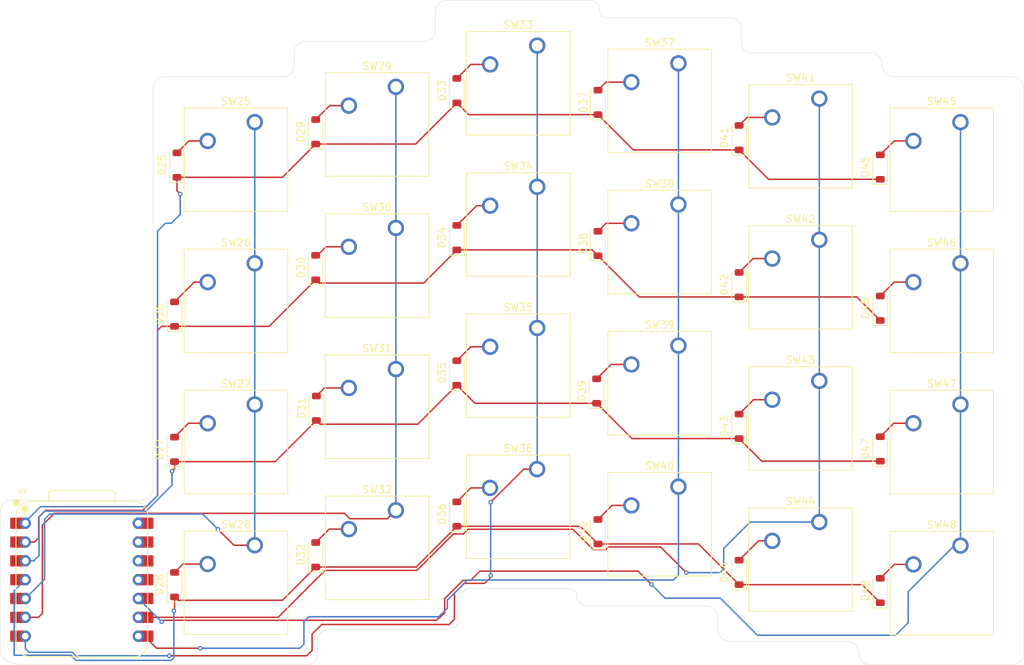
<source format=kicad_pcb>
(kicad_pcb (version 20241229) (generator "pcbnew") (generator_version "9.0")
  (layers (0 "F.Cu" signal) (2 "B.Cu" signal) (13 "F.Paste" user) (15 "B.Paste" user) (5 "F.SilkS" user "F.Silkscreen") (7 "B.SilkS" user "B.Silkscreen") (1 "F.Mask" user) (3 "B.Mask" user) (25 "Edge.Cuts" user))
  (net 0 "")
  (net 1 "Row4")
  (net 2 "Net-(D25-A)")
  (net 3 "Row5")
  (net 4 "Net-(D26-A)")
  (net 5 "Net-(D27-A)")
  (net 6 "Row6")
  (net 7 "Net-(D28-A)")
  (net 8 "Row7")
  (net 9 "Net-(D29-A)")
  (net 10 "Net-(D30-A)")
  (net 11 "Net-(D31-A)")
  (net 12 "Net-(D32-A)")
  (net 13 "Net-(D33-A)")
  (net 14 "Net-(D34-A)")
  (net 15 "Net-(D35-A)")
  (net 16 "Net-(D36-A)")
  (net 17 "Net-(D37-A)")
  (net 18 "Net-(D38-A)")
  (net 19 "Net-(D39-A)")
  (net 20 "Net-(D40-A)")
  (net 21 "Net-(D41-A)")
  (net 22 "Net-(D42-A)")
  (net 23 "Net-(D43-A)")
  (net 24 "Net-(D44-A)")
  (net 25 "Net-(D45-A)")
  (net 26 "Net-(D46-A)")
  (net 27 "Net-(D47-A)")
  (net 28 "Net-(D48-A)")
  (net 29 "Col6")
  (net 30 "Col7")
  (net 31 "Col8")
  (net 32 "Col9")
  (net 33 "Col10")
  (net 34 "Col11")
  (footprint "Diode_SMD:D_SOD-123" (layer "F.Cu") (at 150.796875 81.59375 90)
    (property "Reference" "D38")
    (property "Value" "D")
  )
  (footprint "Diode_SMD:D_SOD-123" (layer "F.Cu") (at 169.846875 67.30625 90)
    (property "Reference" "D41")
    (property "Value" "D")
  )
  (footprint "Diode_SMD:D_SOD-123" (layer "F.Cu") (at 169.846875 87.15 90)
    (property "Reference" "D42")
    (property "Value" "D")
  )
  (footprint "Diode_SMD:D_SOD-123" (layer "F.Cu") (at 169.846875 125.98125 90)
    (property "Reference" "D44")
    (property "Value" "D")
  )
  (footprint "Taps Keyboard shit:SW_Cherry_MX_1.00u_PCB" (layer "F.Cu") (at 123.524375 79.49125)
    (property "Reference" "SW30")
    (property "Value" "SW_Push_45deg")
  )
  (footprint "Taps Keyboard shit:SW_Cherry_MX_1.00u_PCB" (layer "F.Cu") (at 161.654375 76.31875)
    (property "Reference" "SW38")
    (property "Value" "SW_Push_45deg")
  )
  (footprint "Diode_SMD:D_SOD-123" (layer "F.Cu") (at 93.979375 71.00375 90)
    (property "Reference" "D25")
    (property "Value" "D")
  )
  (footprint "Diode_SMD:D_SOD-123" (layer "F.Cu") (at 150.621875 101.5 90)
    (property "Reference" "D39")
    (property "Value" "D")
  )
  (footprint "Diode_SMD:D_SOD-123" (layer "F.Cu") (at 150.796875 120.4875 90)
    (property "Reference" "D40")
    (property "Value" "D")
  )
  (footprint "Taps Keyboard shit:SW_Cherry_MX_1.00u_PCB" (layer "F.Cu") (at 142.594375 54.88)
    (property "Reference" "SW33")
    (property "Value" "SW_Push_45deg")
  )
  (footprint "Taps Keyboard shit:SW_Cherry_MX_1.00u_PCB" (layer "F.Cu") (at 199.719375 84.25625)
    (property "Reference" "SW46")
    (property "Value" "SW_Push_45deg")
  )
  (footprint "Taps Keyboard shit:SW_Cherry_MX_1.00u_PCB" (layer "F.Cu") (at 104.469375 122.30875)
    (property "Reference" "SW28")
    (property "Value" "SW_Push_45deg")
  )
  (footprint "Taps Keyboard shit:SW_Cherry_MX_1.00u_PCB" (layer "F.Cu") (at 199.719375 65.20625)
    (property "Reference" "SW45")
    (property "Value" "SW_Push_45deg")
  )
  (footprint "Diode_SMD:D_SOD-123" (layer "F.Cu") (at 131.746875 99.05625 90)
    (property "Reference" "D35")
    (property "Value" "D")
  )
  (footprint "Taps Keyboard shit:SW_Cherry_MX_1.00u_PCB" (layer "F.Cu") (at 180.669375 119.18125)
    (property "Reference" "SW44")
    (property "Value" "SW_Push_45deg")
  )
  (footprint "Taps Keyboard shit:SW_Cherry_MX_1.00u_PCB" (layer "F.Cu") (at 142.589375 92.9875)
    (property "Reference" "SW35")
    (property "Value" "SW_Push_45deg")
  )
  (footprint "Diode_SMD:D_SOD-123" (layer "F.Cu") (at 188.896875 128.425 90)
    (property "Reference" "D48")
    (property "Value" "D")
  )
  (footprint "Diode_SMD:D_SOD-123" (layer "F.Cu") (at 112.696875 123.6 90)
    (property "Reference" "D32")
    (property "Value" "D")
  )
  (footprint "Diode_SMD:D_SOD-123" (layer "F.Cu") (at 93.646875 109.375 90)
    (property "Reference" "D27")
    (property "Value" "D")
  )
  (footprint "Taps Keyboard shit:SW_Cherry_MX_1.00u_PCB" (layer "F.Cu") (at 180.669375 81.08125)
    (property "Reference" "SW42")
    (property "Value" "SW_Push_45deg")
  )
  (footprint "Diode_SMD:D_SOD-123" (layer "F.Cu") (at 112.696875 66.5125 90)
    (property "Reference" "D29")
    (property "Value" "D")
  )
  (footprint "Taps Keyboard shit:SW_Cherry_MX_1.00u_PCB" (layer "F.Cu") (at 180.669375 100.13125)
    (property "Reference" "SW43")
    (property "Value" "SW_Push_45deg")
  )
  (footprint "Diode_SMD:D_SOD-123" (layer "F.Cu") (at 93.646875 127.63125 90)
    (property "Reference" "D28")
    (property "Value" "D")
  )
  (footprint "Taps Keyboard shit:SW_Cherry_MX_1.00u_PCB" (layer "F.Cu") (at 199.719375 103.30625)
    (property "Reference" "SW47")
    (property "Value" "SW_Push_45deg")
  )
  (footprint "Taps Keyboard shit:SW_Cherry_MX_1.00u_PCB" (layer "F.Cu") (at 142.569375 112.0375)
    (property "Reference" "SW36")
    (property "Value" "SW_Push_45deg")
  )
  (footprint "Taps Keyboard shit:SW_Cherry_MX_1.00u_PCB" (layer "F.Cu") (at 180.669375 62.03125)
    (property "Reference" "SW41")
    (property "Value" "SW_Push_45deg")
  )
  (footprint "Taps Keyboard shit:SW_Cherry_MX_1.00u_PCB" (layer "F.Cu") (at 104.474375 84.25625)
    (property "Reference" "SW26")
    (property "Value" "SW_Push_45deg")
  )
  (footprint "Taps Keyboard shit:SW_Cherry_MX_1.00u_PCB" (layer "F.Cu") (at 161.654375 95.36875)
    (property "Reference" "SW39")
    (property "Value" "SW_Push_45deg")
  )
  (footprint "Taps Keyboard shit:SW_Cherry_MX_1.00u_PCB" (layer "F.Cu") (at 199.719375 122.35625)
    (property "Reference" "SW48")
    (property "Value" "SW_Push_45deg")
  )
  (footprint "Diode_SMD:D_SOD-123" (layer "F.Cu") (at 188.896875 71.275 90)
    (property "Reference" "D45")
    (property "Value" "D")
  )
  (footprint "XIAO:XIAO-nRF52840-DIP" (layer "F.Cu") (at 81.133125 126.96)
    (property "Reference" "U2")
    (property "Value" "XIAO-nRF52840-DIP")
  )
  (footprint "Diode_SMD:D_SOD-123" (layer "F.Cu") (at 188.896875 90.325 90)
    (property "Reference" "D46")
    (property "Value" "D")
  )
  (footprint "Diode_SMD:D_SOD-123" (layer "F.Cu") (at 169.846875 106.2625 90)
    (property "Reference" "D43")
    (property "Value" "D")
  )
  (footprint "Diode_SMD:D_SOD-123" (layer "F.Cu") (at 131.746875 60.95625 90)
    (property "Reference" "D33")
    (property "Value" "D")
  )
  (footprint "Diode_SMD:D_SOD-123" (layer "F.Cu") (at 131.746875 80.8 90)
    (property "Reference" "D34")
    (property "Value" "D")
  )
  (footprint "Taps Keyboard shit:SW_Cherry_MX_1.00u_PCB" (layer "F.Cu") (at 104.474375 103.30625)
    (property "Reference" "SW27")
    (property "Value" "SW_Push_45deg")
  )
  (footprint "Taps Keyboard shit:SW_Cherry_MX_1.00u_PCB" (layer "F.Cu") (at 123.524375 98.54125)
    (property "Reference" "SW31")
    (property "Value" "SW_Push_45deg")
  )
  (footprint "Diode_SMD:D_SOD-123" (layer "F.Cu") (at 112.696875 84.83125 90)
    (property "Reference" "D30")
    (property "Value" "D")
  )
  (footprint "Taps Keyboard shit:SW_Cherry_MX_1.00u_PCB" (layer "F.Cu") (at 161.654375 114.39625)
    (property "Reference" "SW40")
    (property "Value" "SW_Push_45deg")
  )
  (footprint "Taps Keyboard shit:SW_Cherry_MX_1.00u_PCB" (layer "F.Cu") (at 161.654375 57.26875)
    (property "Reference" "SW37")
    (property "Value" "SW_Push_45deg")
  )
  (footprint "Diode_SMD:D_SOD-123" (layer "F.Cu") (at 150.796875 62.54375 90)
    (property "Reference" "D37")
    (property "Value" "D")
  )
  (footprint "Taps Keyboard shit:SW_Cherry_MX_1.00u_PCB" (layer "F.Cu") (at 123.524375 60.44125)
    (property "Reference" "SW29")
    (property "Value" "SW_Push_45deg")
  )
  (footprint "Taps Keyboard shit:SW_Cherry_MX_1.00u_PCB" (layer "F.Cu") (at 123.524375 117.59125)
    (property "Reference" "SW32")
    (property "Value" "SW_Push_45deg")
  )
  (footprint "Diode_SMD:D_SOD-123" (layer "F.Cu") (at 131.746875 118.10625 90)
    (property "Reference" "D36")
    (property "Value" "D")
  )
  (footprint "Diode_SMD:D_SOD-123" (layer "F.Cu") (at 93.646875 91.11875 90)
    (property "Reference" "D26")
    (property "Value" "D")
  )
  (footprint "Taps Keyboard shit:SW_Cherry_MX_1.00u_PCB" (layer "F.Cu") (at 142.589375 73.9375)
    (property "Reference" "SW34")
    (property "Value" "SW_Push_45deg")
  )
  (footprint "Taps Keyboard shit:SW_Cherry_MX_1.00u_PCB" (layer "F.Cu") (at 104.474375 65.20625)
    (property "Reference" "SW25")
    (property "Value" "SW_Push_45deg")
  )
  (footprint "Diode_SMD:D_SOD-123" (layer "F.Cu") (at 188.896875 109.3125 90)
    (property "Reference" "D47")
    (property "Value" "D")
  )
  (footprint "Diode_SMD:D_SOD-123" (layer "F.Cu") (at 112.790625 103.81875 90)
    (property "Reference" "D31")
    (property "Value" "D")
  )
  (gr_curve (pts (xy 90.753125 114.63625) (xy 90.753125 116.22375) (xy 89.165625 116.22375) (xy 89.165625 116.22375)) (stroke (width 0.05)) (layer "Edge.Cuts"))
  (gr_curve (pts (xy 127.265625 54.31125) (xy 128.853125 54.31125) (xy 128.853125 52.72375) (xy 128.853125 52.72375)) (stroke (width 0.05)) (layer "Edge.Cuts"))
  (gr_line (start 208.259375 66.10625) (end 208.259931 70.10625) (stroke (width 0.05)) (layer "Edge.Cuts"))
  (gr_line (start 170.128125 53.5175) (end 170.128125 54.31125) (stroke (width 0.05)) (layer "Edge.Cuts"))
  (gr_curve (pts (xy 112.978125 136.86125) (xy 112.978125 138.44875) (xy 111.390625 138.44875) (xy 111.390625 138.44875)) (stroke (width 0.05)) (layer "Edge.Cuts"))
  (gr_line (start 112.978125 135.27375) (end 112.978125 136.86125) (stroke (width 0.05)) (layer "Edge.Cuts"))
  (gr_line (start 206.640625 59.07375) (end 190.765625 59.07375) (stroke (width 0.05)) (layer "Edge.Cuts"))
  (gr_line (start 166.953125 132.09875) (end 166.953125 133.68625) (stroke (width 0.05)) (layer "Edge.Cuts"))
  (gr_line (start 165.365625 130.51125) (end 149.490625 130.51125) (stroke (width 0.05)) (layer "Edge.Cuts"))
  (gr_curve (pts (xy 146.315625 128.13) (xy 147.903125 128.13) (xy 147.903125 128.92375) (xy 147.903125 128.92375)) (stroke (width 0.05)) (layer "Edge.Cuts"))
  (gr_line (start 208.269375 82.32625) (end 208.259458 70.10625) (stroke (width 0.05)) (layer "Edge.Cuts"))
  (gr_line (start 70.115625 136.86125) (end 70.115625 117.81125) (stroke (width 0.05)) (layer "Edge.Cuts"))
  (gr_curve (pts (xy 130.440625 48.755) (xy 128.853125 48.755) (xy 128.853125 50.3425) (xy 128.853125 50.3425)) (stroke (width 0.05)) (layer "Edge.Cuts"))
  (gr_line (start 92.853125 138.44875) (end 73.484375 138.44875) (stroke (width 0.05)) (layer "Edge.Cuts"))
  (gr_line (start 111.390625 138.44875) (end 92.853125 138.44875) (stroke (width 0.05)) (layer "Edge.Cuts"))
  (gr_curve (pts (xy 190.765625 59.07375) (xy 189.178125 59.07375) (xy 189.178125 57.48625) (xy 189.178125 57.48625)) (stroke (width 0.05)) (layer "Edge.Cuts"))
  (gr_curve (pts (xy 151.871875 51.13625) (xy 151.078125 51.13625) (xy 151.078125 50.3425) (xy 151.078125 50.3425)) (stroke (width 0.05)) (layer "Edge.Cuts"))
  (gr_curve (pts (xy 149.491875 48.74875) (xy 151.079375 48.74875) (xy 151.079375 50.33625) (xy 151.079375 50.33625)) (stroke (width 0.05)) (layer "Edge.Cuts"))
  (gr_curve (pts (xy 73.484375 138.44875) (xy 70.628125 138.44875) (xy 70.115625 136.86125) (xy 70.115625 136.86125)) (stroke (width 0.05)) (layer "Edge.Cuts"))
  (gr_line (start 208.279375 127.30625) (end 208.228125 136.86125) (stroke (width 0.05)) (layer "Edge.Cuts"))
  (gr_line (start 184.415625 135.27375) (end 168.540625 135.27375) (stroke (width 0.05)) (layer "Edge.Cuts"))
  (gr_curve (pts (xy 187.590625 55.89875) (xy 189.178125 55.89875) (xy 189.178125 57.48625) (xy 189.178125 57.48625)) (stroke (width 0.05)) (layer "Edge.Cuts"))
  (gr_line (start 109.803125 55.89875) (end 109.803125 57.48625) (stroke (width 0.05)) (layer "Edge.Cuts"))
  (gr_curve (pts (xy 70.115625 117.81125) (xy 70.115625 116.22375) (xy 71.703125 116.22375) (xy 71.703125 116.22375)) (stroke (width 0.05)) (layer "Edge.Cuts"))
  (gr_curve (pts (xy 168.540625 135.27375) (xy 166.953125 135.27375) (xy 166.953125 133.68625) (xy 166.953125 133.68625)) (stroke (width 0.05)) (layer "Edge.Cuts"))
  (gr_curve (pts (xy 168.540625 51.13625) (xy 170.128125 51.13625) (xy 170.128125 52.72375) (xy 170.128125 52.72375)) (stroke (width 0.05)) (layer "Edge.Cuts"))
  (gr_line (start 208.269375 82.32625) (end 208.269375 86.32625) (stroke (width 0.05)) (layer "Edge.Cuts"))
  (gr_line (start 71.703125 116.22375) (end 89.165625 116.22375) (stroke (width 0.05)) (layer "Edge.Cuts"))
  (gr_curve (pts (xy 111.390625 54.31125) (xy 109.803125 54.31125) (xy 109.803125 55.89875) (xy 109.803125 55.89875)) (stroke (width 0.05)) (layer "Edge.Cuts"))
  (gr_line (start 208.228125 60.66125) (end 208.259375 66.10625) (stroke (width 0.05)) (layer "Edge.Cuts"))
  (gr_curve (pts (xy 208.228125 136.86125) (xy 208.228125 138.44875) (xy 206.640625 138.44875) (xy 206.640625 138.44875)) (stroke (width 0.05)) (layer "Edge.Cuts"))
  (gr_line (start 130.440625 133.68625) (end 114.565625 133.68625) (stroke (width 0.05)) (layer "Edge.Cuts"))
  (gr_curve (pts (xy 206.640625 59.07375) (xy 208.228125 59.07375) (xy 208.228125 60.66125) (xy 208.228125 60.66125)) (stroke (width 0.05)) (layer "Edge.Cuts"))
  (gr_line (start 168.540625 51.13625) (end 151.871875 51.13625) (stroke (width 0.05)) (layer "Edge.Cuts"))
  (gr_line (start 128.853125 50.3425) (end 128.853125 52.72375) (stroke (width 0.05)) (layer "Edge.Cuts"))
  (gr_line (start 146.315625 128.13) (end 133.615625 128.13) (stroke (width 0.05)) (layer "Edge.Cuts"))
  (gr_curve (pts (xy 132.028125 132.09875) (xy 132.028125 133.68625) (xy 130.440625 133.68625) (xy 130.440625 133.68625)) (stroke (width 0.05)) (layer "Edge.Cuts"))
  (gr_line (start 208.269375 86.32625) (end 208.279399 123.30625) (stroke (width 0.05)) (layer "Edge.Cuts"))
  (gr_line (start 132.028125 132.09875) (end 132.028125 129.7175) (stroke (width 0.05)) (layer "Edge.Cuts"))
  (gr_curve (pts (xy 170.128125 54.31125) (xy 170.128125 55.89875) (xy 171.715625 55.89875) (xy 171.715625 55.89875)) (stroke (width 0.05)) (layer "Edge.Cuts"))
  (gr_line (start 170.128125 53.5175) (end 170.128125 52.72375) (stroke (width 0.05)) (layer "Edge.Cuts"))
  (gr_line (start 149.490625 48.755) (end 130.440625 48.755) (stroke (width 0.05)) (layer "Edge.Cuts"))
  (gr_curve (pts (xy 108.215625 59.07375) (xy 109.803125 59.07375) (xy 109.803125 57.48625) (xy 109.803125 57.48625)) (stroke (width 0.05)) (layer "Edge.Cuts"))
  (gr_curve (pts (xy 92.340625 59.07375) (xy 90.753125 59.07375) (xy 90.753125 60.66125) (xy 90.753125 60.66125)) (stroke (width 0.05)) (layer "Edge.Cuts"))
  (gr_curve (pts (xy 112.978125 135.27375) (xy 112.978125 133.68625) (xy 114.565625 133.68625) (xy 114.565625 133.68625)) (stroke (width 0.05)) (layer "Edge.Cuts"))
  (gr_line (start 90.753125 114.63625) (end 90.753125 60.66125) (stroke (width 0.05)) (layer "Edge.Cuts"))
  (gr_line (start 208.279399 123.30625) (end 208.280483 127.30625) (stroke (width 0.05)) (layer "Edge.Cuts"))
  (gr_curve (pts (xy 149.490625 130.51125) (xy 147.903125 130.51125) (xy 147.903125 128.92375) (xy 147.903125 128.92375)) (stroke (width 0.05)) (layer "Edge.Cuts"))
  (gr_curve (pts (xy 165.365625 130.51125) (xy 166.953125 130.51125) (xy 166.953125 132.09875) (xy 166.953125 132.09875)) (stroke (width 0.05)) (layer "Edge.Cuts"))
  (gr_line (start 187.590625 55.89875) (end 171.715625 55.89875) (stroke (width 0.05)) (layer "Edge.Cuts"))
  (gr_line (start 206.640625 138.44875) (end 187.590625 138.44875) (stroke (width 0.05)) (layer "Edge.Cuts"))
  (gr_line (start 127.265625 54.31125) (end 111.390625 54.31125) (stroke (width 0.05)) (layer "Edge.Cuts"))
  (gr_curve (pts (xy 184.415625 135.27375) (xy 186.003125 135.27375) (xy 186.003125 136.86125) (xy 186.003125 136.86125)) (stroke (width 0.05)) (layer "Edge.Cuts"))
  (gr_curve (pts (xy 187.590625 138.44875) (xy 186.003125 138.44875) (xy 186.003125 136.86125) (xy 186.003125 136.86125)) (stroke (width 0.05)) (layer "Edge.Cuts"))
  (gr_curve (pts (xy 132.028125 129.7175) (xy 132.028125 128.13) (xy 133.615625 128.13) (xy 133.615625 128.13)) (stroke (width 0.05)) (layer "Edge.Cuts"))
  (gr_line (start 108.215625 59.07375) (end 92.340625 59.07375) (stroke (width 0.05)) (layer "Edge.Cuts"))
  (segment (start 126.190625 68.1625) (end 112.696875 68.1625) (width 0.2) (layer "F.Cu") (net 1))
  (segment (start 150.796875 64.19375) (end 133.334375 64.19375) (width 0.2) (layer "F.Cu") (net 1))
  (segment (start 188.896875 72.925) (end 173.815625 72.925) (width 0.2) (layer "F.Cu") (net 1))
  (segment (start 93.979375 72.65375) (end 93.979375 74.47625) (width 0.2) (layer "F.Cu") (net 1))
  (segment (start 131.746875 62.60625) (end 126.190625 68.1625) (width 0.2) (layer "F.Cu") (net 1))
  (segment (start 133.334375 64.19375) (end 131.746875 62.60625) (width 0.2) (layer "F.Cu") (net 1))
  (segment (start 155.559375 68.95625) (end 150.796875 64.19375) (width 0.2) (layer "F.Cu") (net 1))
  (segment (start 108.205625 72.65375) (end 93.979375 72.65375) (width 0.2) (layer "F.Cu") (net 1))
  (segment (start 112.696875 68.1625) (end 108.205625 72.65375) (width 0.2) (layer "F.Cu") (net 1))
  (segment (start 169.846875 68.95625) (end 155.559375 68.95625) (width 0.2) (layer "F.Cu") (net 1))
  (segment (start 173.815625 72.925) (end 169.846875 68.95625) (width 0.2) (layer "F.Cu") (net 1))
  (segment (start 93.979375 74.47625) (end 94.409375 74.90625) (width 0.2) (layer "F.Cu") (net 1))
  (via (at 94.409375 74.90625) (size 0.6) (drill 0.3) (layers "F.Cu" "B.Cu") (net 1))
  (segment (start 92.409375 78.85625) (end 91.354125 79.9115) (width 0.2) (layer "B.Cu") (net 1))
  (segment (start 94.409375 77.65625) (end 93.209375 78.85625) (width 0.2) (layer "B.Cu") (net 1))
  (segment (start 89.809375 117.10625) (end 75.559375 117.10625) (width 0.2) (layer "B.Cu") (net 1))
  (segment (start 75.559375 117.10625) (end 73.513125 119.1525) (width 0.2) (layer "B.Cu") (net 1))
  (segment (start 94.409375 74.90625) (end 94.409375 77.65625) (width 0.2) (layer "B.Cu") (net 1))
  (segment (start 91.354125 115.588848) (end 90.600909 116.342064) (width 0.2) (layer "B.Cu") (net 1))
  (segment (start 90.600909 116.342064) (end 90.532821 116.382804) (width 0.2) (layer "B.Cu") (net 1))
  (segment (start 93.209375 78.85625) (end 92.409375 78.85625) (width 0.2) (layer "B.Cu") (net 1))
  (segment (start 90.532821 116.382804) (end 89.809375 117.10625) (width 0.2) (layer "B.Cu") (net 1))
  (segment (start 91.354125 79.9115) (end 91.354125 115.588848) (width 0.2) (layer "B.Cu") (net 1))
  (segment (start 73.513125 119.1525) (end 73.513125 119.34) (width 0.2) (layer "B.Cu") (net 1))
  (segment (start 95.586875 67.74625) (end 93.979375 69.35375) (width 0.2) (layer "F.Cu") (net 2))
  (segment (start 98.124375 67.74625) (end 95.586875 67.74625) (width 0.2) (layer "F.Cu") (net 2))
  (segment (start 112.696875 86.48125) (end 113.137875 86.92225) (width 0.2) (layer "F.Cu") (net 3))
  (segment (start 74.735625 121.88) (end 73.513125 121.88) (width 0.2) (layer "F.Cu") (net 3))
  (segment (start 150.796875 83.24375) (end 156.353125 88.8) (width 0.2) (layer "F.Cu") (net 3))
  (segment (start 91.354125 115.6115) (end 89.359375 117.60625) (width 0.2) (layer "F.Cu") (net 3))
  (segment (start 131.746875 82.45) (end 150.003125 82.45) (width 0.2) (layer "F.Cu") (net 3))
  (segment (start 91.891625 92.76875) (end 91.354125 93.30625) (width 0.2) (layer "F.Cu") (net 3))
  (segment (start 75.309375 118.55625) (end 75.309375 121.30625) (width 0.2) (layer "F.Cu") (net 3))
  (segment (start 150.003125 82.45) (end 150.796875 83.24375) (width 0.2) (layer "F.Cu") (net 3))
  (segment (start 75.309375 121.30625) (end 74.735625 121.88) (width 0.2) (layer "F.Cu") (net 3))
  (segment (start 156.353125 88.8) (end 169.846875 88.8) (width 0.2) (layer "F.Cu") (net 3))
  (segment (start 76.259375 117.60625) (end 75.309375 118.55625) (width 0.2) (layer "F.Cu") (net 3))
  (segment (start 113.137875 86.92225) (end 127.274625 86.92225) (width 0.2) (layer "F.Cu") (net 3))
  (segment (start 89.359375 117.60625) (end 76.259375 117.60625) (width 0.2) (layer "F.Cu") (net 3))
  (segment (start 169.846875 88.8) (end 185.721875 88.8) (width 0.2) (layer "F.Cu") (net 3))
  (segment (start 106.409375 92.76875) (end 112.696875 86.48125) (width 0.2) (layer "F.Cu") (net 3))
  (segment (start 91.354125 93.30625) (end 91.354125 115.6115) (width 0.2) (layer "F.Cu") (net 3))
  (segment (start 93.646875 92.76875) (end 91.891625 92.76875) (width 0.2) (layer "F.Cu") (net 3))
  (segment (start 93.646875 92.76875) (end 106.409375 92.76875) (width 0.2) (layer "F.Cu") (net 3))
  (segment (start 185.721875 88.8) (end 188.896875 91.975) (width 0.2) (layer "F.Cu") (net 3))
  (segment (start 127.274625 86.92225) (end 131.746875 82.45) (width 0.2) (layer "F.Cu") (net 3))
  (segment (start 98.124375 86.79625) (end 96.319375 86.79625) (width 0.2) (layer "F.Cu") (net 4))
  (segment (start 96.319375 86.79625) (end 93.646875 89.46875) (width 0.2) (layer "F.Cu") (net 4))
  (segment (start 98.124375 105.84625) (end 95.525625 105.84625) (width 0.2) (layer "F.Cu") (net 5))
  (segment (start 95.525625 105.84625) (end 93.646875 107.725) (width 0.2) (layer "F.Cu") (net 5))
  (segment (start 93.646875 111.96875) (end 93.309375 112.30625) (width 0.2) (layer "F.Cu") (net 6))
  (segment (start 113.294125 105.97225) (end 112.790625 105.46875) (width 0.2) (layer "F.Cu") (net 6))
  (segment (start 134.190625 103.15) (end 131.746875 100.70625) (width 0.2) (layer "F.Cu") (net 6))
  (segment (start 172.896875 110.9625) (end 169.846875 107.9125) (width 0.2) (layer "F.Cu") (net 6))
  (segment (start 107.234375 111.025) (end 93.646875 111.025) (width 0.2) (layer "F.Cu") (net 6))
  (segment (start 131.746875 100.70625) (end 126.480875 105.97225) (width 0.2) (layer "F.Cu") (net 6))
  (segment (start 112.790625 105.46875) (end 107.234375 111.025) (width 0.2) (layer "F.Cu") (net 6))
  (segment (start 155.384375 107.9125) (end 150.621875 103.15) (width 0.2) (layer "F.Cu") (net 6))
  (segment (start 93.646875 111.025) (end 93.646875 111.96875) (width 0.2) (layer "F.Cu") (net 6))
  (segment (start 188.896875 110.9625) (end 172.896875 110.9625) (width 0.2) (layer "F.Cu") (net 6))
  (segment (start 169.846875 107.9125) (end 155.384375 107.9125) (width 0.2) (layer "F.Cu") (net 6))
  (segment (start 150.621875 103.15) (end 134.190625 103.15) (width 0.2) (layer "F.Cu") (net 6))
  (segment (start 126.480875 105.97225) (end 113.294125 105.97225) (width 0.2) (layer "F.Cu") (net 6))
  (via (at 93.309375 112.30625) (size 0.6) (drill 0.3) (layers "F.Cu" "B.Cu") (net 6))
  (segment (start 74.645625 124.42) (end 73.513125 124.42) (width 0.2) (layer "B.Cu") (net 6))
  (segment (start 89.803823 117.70625) (end 76.109375 117.70625) (width 0.2) (layer "B.Cu") (net 6))
  (segment (start 76.109375 117.70625) (end 75.359375 118.45625) (width 0.2) (layer "B.Cu") (net 6))
  (segment (start 93.309375 112.30625) (end 93.309375 114.200698) (width 0.2) (layer "B.Cu") (net 6))
  (segment (start 93.309375 114.200698) (end 89.803823 117.70625) (width 0.2) (layer "B.Cu") (net 6))
  (segment (start 75.359375 118.45625) (end 75.359375 123.70625) (width 0.2) (layer "B.Cu") (net 6))
  (segment (start 75.359375 123.70625) (end 74.645625 124.42) (width 0.2) (layer "B.Cu") (net 6))
  (segment (start 94.779375 124.84875) (end 93.646875 125.98125) (width 0.2) (layer "F.Cu") (net 7))
  (segment (start 98.119375 124.84875) (end 94.779375 124.84875) (width 0.2) (layer "F.Cu") (net 7))
  (segment (start 126.253125 125.25) (end 112.696875 125.25) (width 0.2) (layer "F.Cu") (net 8))
  (segment (start 131.746875 119.75625) (end 148.415625 119.75625) (width 0.2) (layer "F.Cu") (net 8))
  (segment (start 148.415625 119.75625) (end 150.796875 122.1375) (width 0.2) (layer "F.Cu") (net 8))
  (segment (start 93.646875 131.06875) (end 93.559375 131.15625) (width 0.2) (layer "F.Cu") (net 8))
  (segment (start 131.746875 119.75625) (end 126.253125 125.25) (width 0.2) (layer "F.Cu") (net 8))
  (segment (start 150.796875 122.1375) (end 164.353125 122.1375) (width 0.2) (layer "F.Cu") (net 8))
  (segment (start 93.646875 129.28125) (end 93.646875 131.06875) (width 0.2) (layer "F.Cu") (net 8))
  (segment (start 94.105375 129.73975) (end 108.207125 129.73975) (width 0.2) (layer "F.Cu") (net 8))
  (segment (start 164.353125 122.1375) (end 169.846875 127.63125) (width 0.2) (layer "F.Cu") (net 8))
  (segment (start 93.646875 129.28125) (end 94.105375 129.73975) (width 0.2) (layer "F.Cu") (net 8))
  (segment (start 108.207125 129.73975) (end 112.696875 125.25) (width 0.2) (layer "F.Cu") (net 8))
  (segment (start 186.453125 127.63125) (end 188.896875 130.075) (width 0.2) (layer "F.Cu") (net 8))
  (segment (start 169.846875 127.63125) (end 186.453125 127.63125) (width 0.2) (layer "F.Cu") (net 8))
  (via (at 93.559375 131.15625) (size 0.6) (drill 0.3) (layers "F.Cu" "B.Cu") (net 8))
  (segment (start 80.359375 137.84775) (end 79.667875 137.15625) (width 0.2) (layer "B.Cu") (net 8))
  (segment (start 93.559375 131.15625) (end 93.559375 137.45625) (width 0.2) (layer "B.Cu") (net 8))
  (segment (start 72.009375 137.15625) (end 72.009375 128.46375) (width 0.2) (layer "B.Cu") (net 8))
  (segment (start 93.167875 137.84775) (end 80.359375 137.84775) (width 0.2) (layer "B.Cu") (net 8))
  (segment (start 79.667875 137.15625) (end 72.009375 137.15625) (width 0.2) (layer "B.Cu") (net 8))
  (segment (start 93.559375 137.45625) (end 93.167875 137.84775) (width 0.2) (layer "B.Cu") (net 8))
  (segment (start 72.009375 128.46375) (end 73.513125 126.96) (width 0.2) (layer "B.Cu") (net 8))
  (segment (start 117.174375 62.98125) (end 114.578125 62.98125) (width 0.2) (layer "F.Cu") (net 9))
  (segment (start 114.578125 62.98125) (end 112.696875 64.8625) (width 0.2) (layer "F.Cu") (net 9))
  (segment (start 112.934375 83.18125) (end 112.696875 83.18125) (width 0.2) (layer "F.Cu") (net 10))
  (segment (start 114.084375 82.03125) (end 112.934375 83.18125) (width 0.2) (layer "F.Cu") (net 10))
  (segment (start 117.174375 82.03125) (end 114.084375 82.03125) (width 0.2) (layer "F.Cu") (net 10))
  (segment (start 117.174375 101.08125) (end 113.878125 101.08125) (width 0.2) (layer "F.Cu") (net 11))
  (segment (start 113.878125 101.08125) (end 112.790625 102.16875) (width 0.2) (layer "F.Cu") (net 11))
  (segment (start 114.515625 120.13125) (end 112.696875 121.95) (width 0.2) (layer "F.Cu") (net 12))
  (segment (start 117.174375 120.13125) (end 114.515625 120.13125) (width 0.2) (layer "F.Cu") (net 12))
  (segment (start 133.633125 57.42) (end 131.746875 59.30625) (width 0.2) (layer "F.Cu") (net 13))
  (segment (start 136.244375 57.42) (end 133.633125 57.42) (width 0.2) (layer "F.Cu") (net 13))
  (segment (start 134.419375 76.4775) (end 131.746875 79.15) (width 0.2) (layer "F.Cu") (net 14))
  (segment (start 136.239375 76.4775) (end 134.419375 76.4775) (width 0.2) (layer "F.Cu") (net 14))
  (segment (start 133.625625 95.5275) (end 131.746875 97.40625) (width 0.2) (layer "F.Cu") (net 15))
  (segment (start 136.239375 95.5275) (end 133.625625 95.5275) (width 0.2) (layer "F.Cu") (net 15))
  (segment (start 133.625625 114.5775) (end 131.746875 116.45625) (width 0.2) (layer "F.Cu") (net 16))
  (segment (start 136.219375 114.5775) (end 133.625625 114.5775) (width 0.2) (layer "F.Cu") (net 16))
  (segment (start 151.881875 59.80875) (end 150.796875 60.89375) (width 0.2) (layer "F.Cu") (net 17))
  (segment (start 155.304375 59.80875) (end 151.881875 59.80875) (width 0.2) (layer "F.Cu") (net 17))
  (segment (start 151.881875 78.85875) (end 150.796875 79.94375) (width 0.2) (layer "F.Cu") (net 18))
  (segment (start 155.304375 78.85875) (end 151.881875 78.85875) (width 0.2) (layer "F.Cu") (net 18))
  (segment (start 155.304375 97.90875) (end 152.563125 97.90875) (width 0.2) (layer "F.Cu") (net 19))
  (segment (start 152.563125 97.90875) (end 150.621875 99.85) (width 0.2) (layer "F.Cu") (net 19))
  (segment (start 152.698125 116.93625) (end 150.796875 118.8375) (width 0.2) (layer "F.Cu") (net 20))
  (segment (start 155.304375 116.93625) (end 152.698125 116.93625) (width 0.2) (layer "F.Cu") (net 20))
  (segment (start 174.319375 64.57125) (end 170.931875 64.57125) (width 0.2) (layer "F.Cu") (net 21))
  (segment (start 170.931875 64.57125) (end 169.846875 65.65625) (width 0.2) (layer "F.Cu") (net 21))
  (segment (start 171.725625 83.62125) (end 169.846875 85.5) (width 0.2) (layer "F.Cu") (net 22))
  (segment (start 174.319375 83.62125) (end 171.725625 83.62125) (width 0.2) (layer "F.Cu") (net 22))
  (segment (start 174.319375 102.67125) (end 171.788125 102.67125) (width 0.2) (layer "F.Cu") (net 23))
  (segment (start 171.788125 102.67125) (end 169.846875 104.6125) (width 0.2) (layer "F.Cu") (net 23))
  (segment (start 172.456875 121.72125) (end 169.846875 124.33125) (width 0.2) (layer "F.Cu") (net 24))
  (segment (start 174.319375 121.72125) (end 172.456875 121.72125) (width 0.2) (layer "F.Cu") (net 24))
  (segment (start 190.775625 67.74625) (end 188.896875 69.625) (width 0.2) (layer "F.Cu") (net 25))
  (segment (start 193.369375 67.74625) (end 190.775625 67.74625) (width 0.2) (layer "F.Cu") (net 25))
  (segment (start 190.775625 86.79625) (end 188.896875 88.675) (width 0.2) (layer "F.Cu") (net 26))
  (segment (start 193.369375 86.79625) (end 190.775625 86.79625) (width 0.2) (layer "F.Cu") (net 26))
  (segment (start 190.713125 105.84625) (end 188.896875 107.6625) (width 0.2) (layer "F.Cu") (net 27))
  (segment (start 193.369375 105.84625) (end 190.713125 105.84625) (width 0.2) (layer "F.Cu") (net 27))
  (segment (start 193.369375 124.89625) (end 190.775625 124.89625) (width 0.2) (layer "F.Cu") (net 28))
  (segment (start 190.775625 124.89625) (end 188.896875 126.775) (width 0.2) (layer "F.Cu") (net 28))
  (segment (start 104.469375 122.30875) (end 101.661875 122.30875) (width 0.2) (layer "F.Cu") (net 29))
  (segment (start 101.661875 122.30875) (end 99.509375 120.15625) (width 0.2) (layer "F.Cu") (net 29))
  (via (at 99.509375 120.15625) (size 0.6) (drill 0.3) (layers "F.Cu" "B.Cu") (net 29))
  (segment (start 76.809375 118.10625) (end 76.109375 118.80625) (width 0.2) (layer "B.Cu") (net 29))
  (segment (start 76.109375 118.80625) (end 76.109375 126.90375) (width 0.2) (layer "B.Cu") (net 29))
  (segment (start 104.474375 122.30375) (end 104.469375 122.30875) (width 0.2) (layer "B.Cu") (net 29))
  (segment (start 104.474375 65.20625) (end 104.474375 122.30375) (width 0.2) (layer "B.Cu") (net 29))
  (segment (start 76.109375 126.90375) (end 73.513125 129.5) (width 0.2) (layer "B.Cu") (net 29))
  (segment (start 76.810375 118.10725) (end 76.809375 118.10625) (width 0.2) (layer "B.Cu") (net 29))
  (segment (start 99.509375 120.15625) (end 97.460375 118.10725) (width 0.2) (layer "B.Cu") (net 29))
  (segment (start 97.460375 118.10725) (end 76.810375 118.10725) (width 0.2) (layer "B.Cu") (net 29))
  (segment (start 116.585375 118.00625) (end 117.309375 118.73025) (width 0.2) (layer "F.Cu") (net 30))
  (segment (start 117.309375 118.73025) (end 122.385375 118.73025) (width 0.2) (layer "F.Cu") (net 30))
  (segment (start 75.275625 132.04) (end 75.809375 131.50625) (width 0.2) (layer "F.Cu") (net 30))
  (segment (start 75.809375 131.50625) (end 75.809375 119.60625) (width 0.2) (layer "F.Cu") (net 30))
  (segment (start 122.385375 118.73025) (end 123.524375 117.59125) (width 0.2) (layer "F.Cu") (net 30))
  (segment (start 75.809375 119.60625) (end 77.409375 118.00625) (width 0.2) (layer "F.Cu") (net 30))
  (segment (start 77.409375 118.00625) (end 116.585375 118.00625) (width 0.2) (layer "F.Cu") (net 30))
  (segment (start 73.513125 132.04) (end 75.275625 132.04) (width 0.2) (layer "F.Cu") (net 30))
  (segment (start 123.524375 117.59125) (end 123.524375 60.44125) (width 0.2) (layer "B.Cu") (net 30))
  (segment (start 113.509375 133.00625) (end 130.712122 133.00625) (width 0.2) (layer "F.Cu") (net 31))
  (segment (start 131.422311 128.769716) (end 132.735777 127.45625) (width 0.2) (layer "F.Cu") (net 31))
  (segment (start 132.735777 127.45625) (end 135.509375 127.45625) (width 0.2) (layer "F.Cu") (net 31))
  (segment (start 135.509375 127.45625) (end 136.309375 126.65625) (width 0.2) (layer "F.Cu") (net 31))
  (segment (start 112.209375 136.50625) (end 112.209375 134.30625) (width 0.2) (layer "F.Cu") (net 31))
  (segment (start 136.309375 116.50625) (end 140.778125 112.0375) (width 0.2) (layer "F.Cu") (net 31))
  (segment (start 112.209375 134.30625) (end 113.509375 133.00625) (width 0.2) (layer "F.Cu") (net 31))
  (segment (start 131.41331 132.305059) (end 131.422311 132.216782) (width 0.2) (layer "F.Cu") (net 31))
  (segment (start 130.712122 133.00625) (end 131.41331 132.305059) (width 0.2) (layer "F.Cu") (net 31))
  (segment (start 131.422311 132.216782) (end 131.422311 128.769716) (width 0.2) (layer "F.Cu") (net 31))
  (segment (start 140.778125 112.0375) (end 142.569375 112.0375) (width 0.2) (layer "F.Cu") (net 31))
  (segment (start 136.309375 126.65625) (end 136.309375 126.40625) (width 0.2) (layer "F.Cu") (net 31))
  (segment (start 111.48789 137.227735) (end 112.209375 136.50625) (width 0.2) (layer "F.Cu") (net 31))
  (segment (start 92.93936 137.227735) (end 111.48789 137.227735) (width 0.2) (layer "F.Cu") (net 31))
  (via (at 136.309375 126.40625) (size 0.6) (drill 0.3) (layers "F.Cu" "B.Cu") (net 31))
  (via (at 136.309375 116.50625) (size 0.6) (drill 0.3) (layers "F.Cu" "B.Cu") (net 31))
  (via (at 92.93936 137.227735) (size 0.6) (drill 0.3) (layers "F.Cu" "B.Cu") (net 31))
  (segment (start 79.833975 136.75525) (end 80.525475 137.44675) (width 0.2) (layer "B.Cu") (net 31))
  (segment (start 142.594375 54.88) (end 142.594375 112.0125) (width 0.2) (layer "B.Cu") (net 31))
  (segment (start 73.513125 136.259) (end 74.009375 136.75525) (width 0.2) (layer "B.Cu") (net 31))
  (segment (start 74.009375 136.75525) (end 79.833975 136.75525) (width 0.2) (layer "B.Cu") (net 31))
  (segment (start 136.309375 126.40625) (end 136.309375 116.50625) (width 0.2) (layer "B.Cu") (net 31))
  (segment (start 142.594375 112.0125) (end 142.569375 112.0375) (width 0.2) (layer "B.Cu") (net 31))
  (segment (start 73.513125 134.58) (end 73.513125 136.259) (width 0.2) (layer "B.Cu") (net 31))
  (segment (start 80.74449 137.227735) (end 92.93936 137.227735) (width 0.2) (layer "B.Cu") (net 31))
  (segment (start 80.525475 137.44675) (end 80.74449 137.227735) (width 0.2) (layer "B.Cu") (net 31))
  (segment (start 89.588125 134.58) (end 91.214375 136.20625) (width 0.2) (layer "F.Cu") (net 32))
  (segment (start 91.214375 136.20625) (end 92.109375 136.20625) (width 0.2) (layer "F.Cu") (net 32))
  (segment (start 92.109375 136.20625) (end 97.109375 136.20625) (width 0.2) (layer "F.Cu") (net 32))
  (via (at 97.109375 136.20625) (size 0.6) (drill 0.3) (layers "F.Cu" "B.Cu") (net 32))
  (segment (start 129.309375 131.95625) (end 111.759375 131.95625) (width 0.2) (layer "B.Cu") (net 32))
  (segment (start 130.459375 129.725985) (end 130.459375 130.80625) (width 0.2) (layer "B.Cu") (net 32))
  (segment (start 160.958375 127.00725) (end 133.17811 127.00725) (width 0.2) (layer "B.Cu") (net 32))
  (segment (start 133.17811 127.00725) (end 130.459375 129.725985) (width 0.2) (layer "B.Cu") (net 32))
  (segment (start 130.459375 130.80625) (end 129.309375 131.95625) (width 0.2) (layer "B.Cu") (net 32))
  (segment (start 161.654375 114.39625) (end 161.654375 126.31125) (width 0.2) (layer "B.Cu") (net 32))
  (segment (start 111.109375 132.60625) (end 111.109375 135.65625) (width 0.2) (layer "B.Cu") (net 32))
  (segment (start 111.109375 135.65625) (end 110.559375 136.20625) (width 0.2) (layer "B.Cu") (net 32))
  (segment (start 161.654375 114.39625) (end 161.654375 57.26875) (width 0.2) (layer "B.Cu") (net 32))
  (segment (start 110.559375 136.20625) (end 97.109375 136.20625) (width 0.2) (layer "B.Cu") (net 32))
  (segment (start 111.759375 131.95625) (end 111.109375 132.60625) (width 0.2) (layer "B.Cu") (net 32))
  (segment (start 161.654375 126.31125) (end 160.958375 127.00725) (width 0.2) (layer "B.Cu") (net 32))
  (segment (start 152.209375 122.5385) (end 151.859375 122.8885) (width 0.2) (layer "F.Cu") (net 33))
  (segment (start 133.259375 120.15725) (end 132.633075 120.78355) (width 0.2) (layer "F.Cu") (net 33))
  (segment (start 126.363975 125.70625) (end 113.959375 125.70625) (width 0.2) (layer "F.Cu") (net 33))
  (segment (start 151.859375 122.8885) (end 150.141625 122.8885) (width 0.2) (layer "F.Cu") (net 33))
  (segment (start 147.410375 120.15725) (end 133.259375 120.15725) (width 0.2) (layer "F.Cu") (net 33))
  (segment (start 113.959375 125.70625) (end 107.625625 132.04) (width 0.2) (layer "F.Cu") (net 33))
  (segment (start 162.709375 126.00625) (end 159.241625 122.5385) (width 0.2) (layer "F.Cu") (net 33))
  (segment (start 150.141625 122.8885) (end 147.410375 120.15725) (width 0.2) (layer "F.Cu") (net 33))
  (segment (start 107.625625 132.04) (end 89.588125 132.04) (width 0.2) (layer "F.Cu") (net 33))
  (segment (start 131.286675 120.78355) (end 126.363975 125.70625) (width 0.2) (layer "F.Cu") (net 33))
  (segment (start 132.633075 120.78355) (end 131.286675 120.78355) (width 0.2) (layer "F.Cu") (net 33))
  (segment (start 159.241625 122.5385) (end 152.209375 122.5385) (width 0.2) (layer "F.Cu") (net 33))
  (via (at 162.709375 126.00625) (size 0.6) (drill 0.3) (layers "F.Cu" "B.Cu") (net 33))
  (segment (start 167.759375 122.75625) (end 167.759375 124.95625) (width 0.2) (layer "B.Cu") (net 33))
  (segment (start 180.669375 62.03125) (end 180.669375 119.18125) (width 0.2) (layer "B.Cu") (net 33))
  (segment (start 167.759375 124.95625) (end 167.759375 125.50625) (width 0.2) (layer "B.Cu") (net 33))
  (segment (start 167.759375 125.50625) (end 167.259375 126.00625) (width 0.2) (layer "B.Cu") (net 33))
  (segment (start 171.334375 119.18125) (end 167.759375 122.75625) (width 0.2) (layer "B.Cu") (net 33))
  (segment (start 167.259375 126.00625) (end 162.709375 126.00625) (width 0.2) (layer "B.Cu") (net 33))
  (segment (start 180.669375 119.18125) (end 171.334375 119.18125) (width 0.2) (layer "B.Cu") (net 33))
  (segment (start 133.559375 127.05525) (end 132.569677 127.05525) (width 0.2) (layer "F.Cu") (net 34))
  (segment (start 129.409375 132.10625) (end 129.309375 132.10625) (width 0.2) (layer "F.Cu") (net 34))
  (segment (start 158.009375 127.60725) (end 156.207375 125.80525) (width 0.2) (layer "F.Cu") (net 34))
  (segment (start 134.860375 125.80525) (end 134.609375 126.05625) (width 0.2) (layer "F.Cu") (net 34))
  (segment (start 156.207375 125.80525) (end 134.860375 125.80525) (width 0.2) (layer "F.Cu") (net 34))
  (segment (start 130.103134 131.400009) (end 130.109375 131.40625) (width 0.2) (layer "F.Cu") (net 34))
  (segment (start 133.610375 127.05525) (end 133.559375 127.05525) (width 0.2) (layer "F.Cu") (net 34))
  (segment (start 92.108375 132.441) (end 91.909375 132.64) (width 0.2) (layer "F.Cu") (net 34))
  (segment (start 129.309375 132.10625) (end 128.974625 132.441) (width 0.2) (layer "F.Cu") (net 34))
  (segment (start 130.109375 131.40625) (end 129.409375 132.10625) (width 0.2) (layer "F.Cu") (net 34))
  (segment (start 130.103134 129.521793) (end 130.103134 129.6435) (width 0.2) (layer "F.Cu") (net 34))
  (segment (start 134.609375 126.05625) (end 133.610375 127.05525) (width 0.2) (layer "F.Cu") (net 34))
  (segment (start 130.103134 129.6435) (end 130.103134 131.400009) (width 0.2) (layer "F.Cu") (net 34))
  (segment (start 128.974625 132.441) (end 92.108375 132.441) (width 0.2) (layer "F.Cu") (net 34))
  (segment (start 132.569677 127.05525) (end 130.103134 129.521793) (width 0.2) (layer "F.Cu") (net 34))
  (via (at 158.009375 127.60725) (size 0.6) (drill 0.3) (layers "F.Cu" "B.Cu") (net 34))
  (via (at 91.909375 132.64) (size 0.6) (drill 0.3) (layers "F.Cu" "B.Cu") (net 34))
  (segment (start 160.809375 129.45625) (end 159.858375 129.45625) (width 0.2) (layer "B.Cu") (net 34))
  (segment (start 199.719375 122.35625) (end 198.877845 122.35625) (width 0.2) (layer "B.Cu") (net 34))
  (segment (start 172.309375 134.45625) (end 171.309375 133.45625) (width 0.2) (layer "B.Cu") (net 34))
  (segment (start 167.309375 129.45625) (end 160.809375 129.45625) (width 0.2) (layer "B.Cu") (net 34))
  (segment (start 192.659375 128.57472) (end 192.659375 132.75625) (width 0.2) (layer "B.Cu") (net 34))
  (segment (start 171.309375 133.45625) (end 167.309375 129.45625) (width 0.2) (layer "B.Cu") (net 34))
  (segment (start 192.659375 132.75625) (end 190.959375 134.45625) (width 0.2) (layer "B.Cu") (net 34))
  (segment (start 188.259375 134.45625) (end 172.309375 134.45625) (width 0.2) (layer "B.Cu") (net 34))
  (segment (start 91.909375 132.64) (end 91.893125 132.64) (width 0.2) (layer "B.Cu") (net 34))
  (segment (start 159.858375 129.45625) (end 158.009375 127.60725) (width 0.2) (layer "B.Cu") (net 34))
  (segment (start 198.877845 122.35625) (end 192.659375 128.57472) (width 0.2) (layer "B.Cu") (net 34))
  (segment (start 190.959375 134.45625) (end 188.259375 134.45625) (width 0.2) (layer "B.Cu") (net 34))
  (segment (start 91.893125 132.64) (end 88.753125 129.5) (width 0.2) (layer "B.Cu") (net 34))
  (segment (start 199.719375 122.35625) (end 199.719375 65.20625) (width 0.2) (layer "B.Cu") (net 34))
)
</source>
